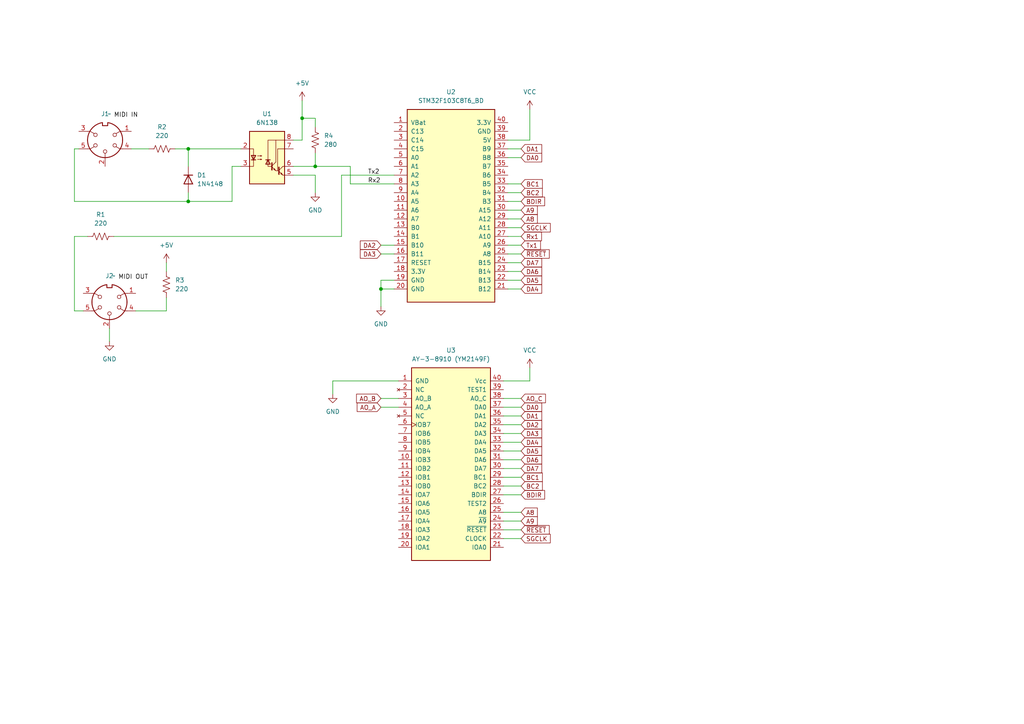
<source format=kicad_sch>
(kicad_sch (version 20230121) (generator eeschema)
  (paper "A4")
  (lib_symbols
    (symbol "Device:R_US" (pin_numbers hide) (pin_names (offset 0))
      (property "Reference" "R" (at 2.54 0 90))
      (property "Value" "R_US" (at -2.54 0 90))
      (symbol "R_US_0_1"
        (polyline (pts (xy 0 -2.286) (xy 0 -2.54)))
        (polyline (pts (xy 0 2.286) (xy 0 2.54)))
        (polyline (pts (xy 0 -0.762) (xy 1.016 -1.143) (xy 0 -1.524) (xy -1.016 -1.905) (xy 0 -2.286)))
        (polyline (pts (xy 0 0.762) (xy 1.016 0.381) (xy 0 0) (xy -1.016 -0.381) (xy 0 -0.762)))
        (polyline (pts (xy 0 2.286) (xy 1.016 1.905) (xy 0 1.524) (xy -1.016 1.143) (xy 0 0.762)))
      )
      (symbol "R_US_1_1"
        (pin passive line (at 0 3.81 270) (length 1.27) (name "~") (number "1"))
        (pin passive line (at 0 -3.81 90) (length 1.27) (name "~") (number "2"))
      )
    )
    (symbol "Diode:1N4148" (pin_numbers hide) (pin_names hide)
      (property "Reference" "D" (at 0 2.54 0))
      (property "Value" "1N4148" (at 0 -2.54 0))
      (symbol "1N4148_0_1"
        (polyline (pts (xy -1.27 1.27) (xy -1.27 -1.27)) (stroke (width 0.254)))
        (polyline (pts (xy 1.27 0) (xy -1.27 0)))
        (polyline (pts (xy 1.27 1.27) (xy 1.27 -1.27) (xy -1.27 0) (xy 1.27 1.27)) (stroke (width 0.254)))
      )
      (symbol "1N4148_1_1"
        (pin passive line (at -3.81 0 0) (length 2.54) (name "K") (number "1"))
        (pin passive line (at 3.81 0 180) (length 2.54) (name "A") (number "2"))
      )
    )
    (symbol "Isolator:6N138" (pin_names (offset 1.016) hide)
      (property "Reference" "U" (at -4.064 8.89 0))
      (property "Value" "6N138" (at 2.286 8.89 0))
      (symbol "6N138_0_1"
        (rectangle (start -5.08 7.62) (end 5.08 -7.62) (stroke (width 0.254)) (fill (type background)))
        (polyline (pts (xy -4.572 -0.635) (xy -3.302 -0.635)) (stroke (width 0.254)))
        (polyline (pts (xy 0.889 -0.635) (xy -0.381 -0.635)) (stroke (width 0.254)))
        (polyline (pts (xy 1.397 -2.667) (xy 2.54 -3.81)))
        (polyline (pts (xy 1.397 -2.413) (xy 2.54 -1.27)))
        (polyline (pts (xy 2.54 -3.81) (xy 3.175 -3.81)))
        (polyline (pts (xy 3.429 -3.937) (xy 4.572 -5.08)))
        (polyline (pts (xy 3.429 -3.683) (xy 4.572 -2.54)))
        (polyline (pts (xy 4.572 -5.08) (xy 5.08 -5.08)))
        (polyline (pts (xy 4.572 -2.54) (xy 5.08 -2.54)))
        (polyline (pts (xy 1.397 -1.524) (xy 1.397 -3.556) (xy 1.397 -3.556)) (stroke (width 0.3556)))
        (polyline (pts (xy 2.54 -1.27) (xy 2.54 5.08) (xy 5.08 5.08)))
        (polyline (pts (xy 3.429 -2.794) (xy 3.429 -4.826) (xy 3.429 -4.826)) (stroke (width 0.3556)))
        (polyline (pts (xy 5.08 2.54) (xy 3.048 2.54) (xy 3.048 -3.81)))
        (polyline (pts (xy -5.08 -2.54) (xy -3.937 -2.54) (xy -3.937 2.54) (xy -5.08 2.54)))
        (polyline (pts (xy -3.937 -0.635) (xy -4.572 0.635) (xy -3.302 0.635) (xy -3.937 -0.635)) (stroke (width 0.254)))
        (polyline (pts (xy 0.254 -0.635) (xy 0.889 -1.905) (xy -0.381 -1.905) (xy 0.254 -0.635)) (stroke (width 0.254)))
        (polyline (pts (xy 1.27 -2.54) (xy 0.254 -2.54) (xy 0.254 5.08) (xy 2.54 5.08)))
        (polyline (pts (xy 2.413 -3.683) (xy 2.159 -3.175) (xy 1.905 -3.429) (xy 2.413 -3.683)))
        (polyline (pts (xy 4.445 -4.953) (xy 4.191 -4.445) (xy 3.937 -4.699) (xy 4.445 -4.953)))
        (polyline (pts (xy -2.794 -0.508) (xy -1.524 -0.508) (xy -1.905 -0.635) (xy -1.905 -0.381) (xy -1.524 -0.508)))
        (polyline (pts (xy -2.794 0.508) (xy -1.524 0.508) (xy -1.905 0.381) (xy -1.905 0.635) (xy -1.524 0.508)))
      )
      (symbol "6N138_1_1"
        (pin no_connect line (at -5.08 5.08 0) (length 2.54) hide (name "NC") (number "1"))
        (pin passive line (at -7.62 2.54 0) (length 2.54) (name "C1") (number "2"))
        (pin passive line (at -7.62 -2.54 0) (length 2.54) (name "C2") (number "3"))
        (pin no_connect line (at -5.08 -5.08 0) (length 2.54) hide (name "NC") (number "4"))
        (pin passive line (at 7.62 -5.08 180) (length 2.54) (name "GND") (number "5"))
        (pin passive line (at 7.62 -2.54 180) (length 2.54) (name "VO2") (number "6"))
        (pin passive line (at 7.62 2.54 180) (length 2.54) (name "VO1") (number "7"))
        (pin passive line (at 7.62 5.08 180) (length 2.54) (name "VCC") (number "8"))
      )
    )
    (symbol "RetroElec:AY-3-8910" (pin_names (offset 1.016))
      (property "Reference" "U" (at -13.97 29.21 0))
      (property "Value" "AY-3-8910 (YM2149F)" (at -11.43 29.21 0))
      (symbol "AY-3-8910_0_1"
        (rectangle (start -11.43 27.94) (end 11.43 -27.94) (stroke (width 0.254)) (fill (type background)))
      )
      (symbol "AY-3-8910_1_1"
        (pin power_in line (at -15.24 24.13 0) (length 3.81) (name "GND") (number "1"))
        (pin bidirectional line (at -15.24 1.27 0) (length 3.81) (name "IOB3") (number "10"))
        (pin power_in line (at -15.24 -1.27 0) (length 3.81) (name "IOB2") (number "11"))
        (pin bidirectional line (at -15.24 -3.81 0) (length 3.81) (name "IOB1") (number "12"))
        (pin bidirectional line (at -15.24 -6.35 0) (length 3.81) (name "IOB0") (number "13"))
        (pin bidirectional line (at -15.24 -8.89 0) (length 3.81) (name "IOA7") (number "14"))
        (pin bidirectional line (at -15.24 -11.43 0) (length 3.81) (name "IOA6") (number "15"))
        (pin bidirectional line (at -15.24 -13.97 0) (length 3.81) (name "IOA5") (number "16"))
        (pin bidirectional line (at -15.24 -16.51 0) (length 3.81) (name "IOA4") (number "17"))
        (pin bidirectional line (at -15.24 -19.05 0) (length 3.81) (name "IOA3") (number "18"))
        (pin bidirectional line (at -15.24 -21.59 0) (length 3.81) (name "IOA2") (number "19"))
        (pin no_connect line (at -15.24 21.59 0) (length 3.81) (name "NC") (number "2"))
        (pin bidirectional line (at -15.24 -24.13 0) (length 3.81) (name "IOA1") (number "20"))
        (pin bidirectional line (at 15.24 -24.13 180) (length 3.81) (name "IOA0") (number "21"))
        (pin input line (at 15.24 -21.59 180) (length 3.81) (name "CLOCK") (number "22"))
        (pin input line (at 15.24 -19.05 180) (length 3.81) (name "~{RESET}") (number "23"))
        (pin input line (at 15.24 -16.51 180) (length 3.81) (name "~{A9}") (number "24"))
        (pin input line (at 15.24 -13.97 180) (length 3.81) (name "A8") (number "25"))
        (pin output line (at 15.24 -11.43 180) (length 3.81) (name "TEST2") (number "26"))
        (pin input line (at 15.24 -8.89 180) (length 3.81) (name "BDIR") (number "27"))
        (pin input line (at 15.24 -6.35 180) (length 3.81) (name "BC2") (number "28"))
        (pin power_in line (at 15.24 -3.81 180) (length 3.81) (name "BC1") (number "29"))
        (pin output line (at -15.24 19.05 0) (length 3.81) (name "AO_B") (number "3"))
        (pin bidirectional line (at 15.24 -1.27 180) (length 3.81) (name "DA7") (number "30"))
        (pin bidirectional line (at 15.24 1.27 180) (length 3.81) (name "DA6") (number "31"))
        (pin bidirectional line (at 15.24 3.81 180) (length 3.81) (name "DA5") (number "32"))
        (pin bidirectional line (at 15.24 6.35 180) (length 3.81) (name "DA4") (number "33"))
        (pin bidirectional line (at 15.24 8.89 180) (length 3.81) (name "DA3") (number "34"))
        (pin bidirectional line (at 15.24 11.43 180) (length 3.81) (name "DA2") (number "35"))
        (pin bidirectional line (at 15.24 13.97 180) (length 3.81) (name "DA1") (number "36"))
        (pin bidirectional line (at 15.24 16.51 180) (length 3.81) (name "DA0") (number "37"))
        (pin output line (at 15.24 19.05 180) (length 3.81) (name "AO_C") (number "38"))
        (pin output line (at 15.24 21.59 180) (length 3.81) (name "TEST1") (number "39"))
        (pin output line (at -15.24 16.51 0) (length 3.81) (name "AO_A") (number "4"))
        (pin power_in line (at 15.24 24.13 180) (length 3.81) (name "Vcc") (number "40"))
        (pin no_connect line (at -15.24 13.97 0) (length 3.81) (name "NC") (number "5"))
        (pin bidirectional clock (at -15.24 11.43 0) (length 3.81) (name "IOB7") (number "6"))
        (pin bidirectional line (at -15.24 8.89 0) (length 3.81) (name "IOB6") (number "7"))
        (pin bidirectional line (at -15.24 6.35 0) (length 3.81) (name "IOB5") (number "8"))
        (pin bidirectional line (at -15.24 3.81 0) (length 3.81) (name "IOB4") (number "9"))
      )
    )
    (symbol "RetroElec:MIDI-IN" (pin_names (offset 1.016))
      (property "Reference" "J" (at 3.175 5.715 0))
      (symbol "MIDI-IN_0_1"
        (arc (start -5.08 0) (mid -3.8609 -3.3364) (end -0.762 -5.08) (stroke (width 0.254)))
        (circle (center -2.794 -1.524) (radius 0.508))
        (circle (center -2.794 1.524) (radius 0.508))
        (polyline (pts (xy 0 5.08) (xy 0 3.81)))
        (polyline (pts (xy -5.08 -2.54) (xy -4.318 -2.54) (xy -3.175 -1.905)))
        (polyline (pts (xy -5.08 2.54) (xy -4.318 2.54) (xy -3.175 1.905)))
        (polyline (pts (xy 5.08 -2.54) (xy 4.318 -2.54) (xy 3.175 -1.905)))
        (polyline (pts (xy 5.08 2.54) (xy 4.318 2.54) (xy 3.175 1.905)))
        (polyline (pts (xy -0.762 -4.953) (xy -0.762 -4.191) (xy 0.762 -4.191) (xy 0.762 -4.953)) (stroke (width 0.254)))
        (circle (center 0 3.302) (radius 0.508))
        (arc (start 0.762 -5.08) (mid 3.8685 -3.343) (end 5.08 0) (stroke (width 0.254)))
        (circle (center 2.794 -1.524) (radius 0.508))
        (circle (center 2.794 1.524) (radius 0.508))
        (arc (start 5.08 0) (mid 0 5.0579) (end -5.08 0) (stroke (width 0.254)))
      )
      (symbol "MIDI-IN_1_1"
        (pin unspecified line (at 7.62 -2.54 180) (length 2.54) (name "") (number "1"))
        (pin unspecified line (at 0 7.62 270) (length 2.54) (name "") (number "2"))
        (pin unspecified line (at -7.62 -2.54 0) (length 2.54) (name "") (number "3"))
        (pin input line (at 7.62 2.54 180) (length 2.54) (name "~") (number "4"))
        (pin output line (at -7.62 2.54 0) (length 2.54) (name "") (number "5"))
      )
    )
    (symbol "RetroElec:MIDI-OUT" (pin_names (offset 1.016))
      (property "Reference" "J" (at 3.175 5.715 0))
      (symbol "MIDI-OUT_0_1"
        (arc (start -5.08 0) (mid -3.8609 -3.3364) (end -0.762 -5.08) (stroke (width 0.254)))
        (circle (center -2.794 -1.524) (radius 0.508))
        (circle (center -2.794 1.524) (radius 0.508))
        (polyline (pts (xy 0 5.08) (xy 0 3.81)))
        (polyline (pts (xy -5.08 -2.54) (xy -4.318 -2.54) (xy -3.175 -1.905)))
        (polyline (pts (xy -5.08 2.54) (xy -4.318 2.54) (xy -3.175 1.905)))
        (polyline (pts (xy 5.08 -2.54) (xy 4.318 -2.54) (xy 3.175 -1.905)))
        (polyline (pts (xy 5.08 2.54) (xy 4.318 2.54) (xy 3.175 1.905)))
        (polyline (pts (xy -0.762 -4.953) (xy -0.762 -4.191) (xy 0.762 -4.191) (xy 0.762 -4.953)) (stroke (width 0.254)))
        (circle (center 0 3.302) (radius 0.508))
        (arc (start 0.762 -5.08) (mid 3.8685 -3.343) (end 5.08 0) (stroke (width 0.254)))
        (circle (center 2.794 -1.524) (radius 0.508))
        (circle (center 2.794 1.524) (radius 0.508))
        (arc (start 5.08 0) (mid 0 5.0579) (end -5.08 0) (stroke (width 0.254)))
      )
      (symbol "MIDI-OUT_1_1"
        (pin unspecified line (at 7.62 -2.54 180) (length 2.54) (name "") (number "1"))
        (pin unspecified line (at 0 7.62 270) (length 2.54) (name "") (number "2"))
        (pin unspecified line (at -7.62 -2.54 0) (length 2.54) (name "") (number "3"))
        (pin input line (at 7.62 2.54 180) (length 2.54) (name "~") (number "4"))
        (pin output line (at -7.62 2.54 0) (length 2.54) (name "") (number "5"))
      )
    )
    (symbol "RetroElec:STM32F103C8T6_BD" (pin_names (offset 1.016))
      (property "Reference" "U" (at -13.97 29.21 0))
      (property "Value" "STM32F103C8T6_BD" (at -5.08 29.21 0))
      (symbol "STM32F103C8T6_BD_0_1"
        (rectangle (start -12.7 27.94) (end 12.7 -27.94) (stroke (width 0.254)) (fill (type background)))
      )
      (symbol "STM32F103C8T6_BD_1_1"
        (pin power_in line (at -16.51 24.13 0) (length 3.81) (name "VBat") (number "1"))
        (pin bidirectional line (at -16.51 1.27 0) (length 3.81) (name "A5") (number "10"))
        (pin bidirectional line (at -16.51 -1.27 0) (length 3.81) (name "A6") (number "11"))
        (pin bidirectional line (at -16.51 -3.81 0) (length 3.81) (name "A7") (number "12"))
        (pin bidirectional line (at -16.51 -6.35 0) (length 3.81) (name "B0") (number "13"))
        (pin bidirectional line (at -16.51 -8.89 0) (length 3.81) (name "B1") (number "14"))
        (pin bidirectional line (at -16.51 -11.43 0) (length 3.81) (name "B10") (number "15"))
        (pin bidirectional line (at -16.51 -13.97 0) (length 3.81) (name "B11") (number "16"))
        (pin input line (at -16.51 -16.51 0) (length 3.81) (name "RESET") (number "17"))
        (pin power_in line (at -16.51 -19.05 0) (length 3.81) (name "3.3V") (number "18"))
        (pin power_in line (at -16.51 -21.59 0) (length 3.81) (name "GND") (number "19"))
        (pin bidirectional line (at -16.51 21.59 0) (length 3.81) (name "C13") (number "2"))
        (pin power_in line (at -16.51 -24.13 0) (length 3.81) (name "GND") (number "20"))
        (pin bidirectional line (at 16.51 -24.13 180) (length 3.81) (name "B12") (number "21"))
        (pin bidirectional line (at 16.51 -21.59 180) (length 3.81) (name "B13") (number "22"))
        (pin bidirectional line (at 16.51 -19.05 180) (length 3.81) (name "B14") (number "23"))
        (pin bidirectional line (at 16.51 -16.51 180) (length 3.81) (name "B15") (number "24"))
        (pin bidirectional line (at 16.51 -13.97 180) (length 3.81) (name "A8") (number "25"))
        (pin bidirectional line (at 16.51 -11.43 180) (length 3.81) (name "A9") (number "26"))
        (pin bidirectional line (at 16.51 -8.89 180) (length 3.81) (name "A10") (number "27"))
        (pin bidirectional line (at 16.51 -6.35 180) (length 3.81) (name "A11") (number "28"))
        (pin bidirectional line (at 16.51 -3.81 180) (length 3.81) (name "A12") (number "29"))
        (pin bidirectional line (at -16.51 19.05 0) (length 3.81) (name "C14") (number "3"))
        (pin bidirectional line (at 16.51 -1.27 180) (length 3.81) (name "A15") (number "30"))
        (pin bidirectional line (at 16.51 1.27 180) (length 3.81) (name "B3") (number "31"))
        (pin bidirectional line (at 16.51 3.81 180) (length 3.81) (name "B4") (number "32"))
        (pin bidirectional line (at 16.51 6.35 180) (length 3.81) (name "B5") (number "33"))
        (pin bidirectional line (at 16.51 8.89 180) (length 3.81) (name "B6") (number "34"))
        (pin bidirectional line (at 16.51 11.43 180) (length 3.81) (name "B7") (number "35"))
        (pin bidirectional line (at 16.51 13.97 180) (length 3.81) (name "B8") (number "36"))
        (pin bidirectional line (at 16.51 16.51 180) (length 3.81) (name "B9") (number "37"))
        (pin power_in line (at 16.51 19.05 180) (length 3.81) (name "5V") (number "38"))
        (pin power_in line (at 16.51 21.59 180) (length 3.81) (name "GND") (number "39"))
        (pin bidirectional line (at -16.51 16.51 0) (length 3.81) (name "C15") (number "4"))
        (pin power_in line (at 16.51 24.13 180) (length 3.81) (name "3.3V") (number "40"))
        (pin bidirectional line (at -16.51 13.97 0) (length 3.81) (name "A0") (number "5"))
        (pin bidirectional line (at -16.51 11.43 0) (length 3.81) (name "A1") (number "6"))
        (pin bidirectional line (at -16.51 8.89 0) (length 3.81) (name "A2") (number "7"))
        (pin bidirectional line (at -16.51 6.35 0) (length 3.81) (name "A3") (number "8"))
        (pin bidirectional line (at -16.51 3.81 0) (length 3.81) (name "A4") (number "9"))
      )
    )
    (symbol "power:+5V" (power) (pin_names (offset 0))
      (property "Value" "+5V" (at 0 3.556 0))
      (symbol "+5V_0_1"
        (polyline (pts (xy -0.762 1.27) (xy 0 2.54)))
        (polyline (pts (xy 0 0) (xy 0 2.54)))
        (polyline (pts (xy 0 2.54) (xy 0.762 1.27)))
      )
      (symbol "+5V_1_1"
        (pin power_in line (at 0 0 90) (length 0) hide (name "+5V") (number "1"))
      )
    )
    (symbol "power:GND" (power) (pin_names (offset 0))
      (property "Value" "GND" (at 0 -3.81 0))
      (symbol "GND_0_1"
        (polyline (pts (xy 0 0) (xy 0 -1.27) (xy 1.27 -1.27) (xy 0 -2.54) (xy -1.27 -1.27) (xy 0 -1.27)))
      )
      (symbol "GND_1_1"
        (pin power_in line (at 0 0 270) (length 0) hide (name "GND") (number "1"))
      )
    )
    (symbol "power:VCC" (power) (pin_names (offset 0))
      (property "Value" "VCC" (at 0 3.81 0))
      (symbol "VCC_0_1"
        (polyline (pts (xy -0.762 1.27) (xy 0 2.54)))
        (polyline (pts (xy 0 0) (xy 0 2.54)))
        (polyline (pts (xy 0 2.54) (xy 0.762 1.27)))
      )
      (symbol "VCC_1_1"
        (pin power_in line (at 0 0 90) (length 0) hide (name "VCC") (number "1"))
      )
    )
  )
  (junction (at 54.61 43.18))
  (junction (at 87.63 34.29))
  (junction (at 110.49 83.82))
  (junction (at 91.44 48.26))
  (junction (at 54.61 58.42))
  (wire (pts (xy 21.59 68.58) (xy 21.59 90.17)))
  (wire (pts (xy 110.49 71.12) (xy 114.3 71.12)))
  (wire (pts (xy 146.05 143.51) (xy 151.13 143.51)))
  (wire (pts (xy 146.05 125.73) (xy 151.13 125.73)))
  (wire (pts (xy 147.32 83.82) (xy 151.13 83.82)))
  (wire (pts (xy 96.52 114.3) (xy 96.52 110.49)))
  (wire (pts (xy 85.09 40.64) (xy 87.63 40.64)))
  (wire (pts (xy 153.67 40.64) (xy 153.67 31.75)))
  (wire (pts (xy 147.32 43.18) (xy 151.13 43.18)))
  (wire (pts (xy 147.32 66.04) (xy 151.13 66.04)))
  (wire (pts (xy 110.49 115.57) (xy 115.57 115.57)))
  (wire (pts (xy 54.61 43.18) (xy 54.61 48.26)))
  (wire (pts (xy 147.32 71.12) (xy 151.13 71.12)))
  (wire (pts (xy 99.06 50.8) (xy 114.3 50.8)))
  (wire (pts (xy 96.52 110.49) (xy 115.57 110.49)))
  (wire (pts (xy 69.85 48.26) (xy 67.31 48.26)))
  (wire (pts (xy 38.1 43.18) (xy 43.18 43.18)))
  (wire (pts (xy 87.63 34.29) (xy 91.44 34.29)))
  (wire (pts (xy 147.32 58.42) (xy 151.13 58.42)))
  (wire (pts (xy 48.26 86.36) (xy 48.26 90.17)))
  (wire (pts (xy 114.3 81.28) (xy 110.49 81.28)))
  (wire (pts (xy 48.26 76.2) (xy 48.26 78.74)))
  (wire (pts (xy 146.05 140.97) (xy 151.13 140.97)))
  (wire (pts (xy 146.05 128.27) (xy 151.13 128.27)))
  (wire (pts (xy 91.44 34.29) (xy 91.44 36.83)))
  (wire (pts (xy 146.05 110.49) (xy 153.67 110.49)))
  (wire (pts (xy 31.75 95.25) (xy 31.75 99.06)))
  (wire (pts (xy 110.49 83.82) (xy 110.49 88.9)))
  (wire (pts (xy 25.4 68.58) (xy 21.59 68.58)))
  (wire (pts (xy 85.09 50.8) (xy 91.44 50.8)))
  (wire (pts (xy 147.32 45.72) (xy 151.13 45.72)))
  (wire (pts (xy 147.32 68.58) (xy 151.13 68.58)))
  (wire (pts (xy 146.05 115.57) (xy 151.13 115.57)))
  (wire (pts (xy 114.3 83.82) (xy 110.49 83.82)))
  (wire (pts (xy 50.8 43.18) (xy 54.61 43.18)))
  (wire (pts (xy 21.59 43.18) (xy 21.59 58.42)))
  (wire (pts (xy 33.02 68.58) (xy 99.06 68.58)))
  (wire (pts (xy 147.32 78.74) (xy 151.13 78.74)))
  (wire (pts (xy 85.09 48.26) (xy 91.44 48.26)))
  (wire (pts (xy 153.67 106.68) (xy 153.67 110.49)))
  (wire (pts (xy 101.6 53.34) (xy 101.6 48.26)))
  (wire (pts (xy 146.05 123.19) (xy 151.13 123.19)))
  (wire (pts (xy 147.32 73.66) (xy 151.13 73.66)))
  (wire (pts (xy 147.32 81.28) (xy 151.13 81.28)))
  (wire (pts (xy 147.32 63.5) (xy 151.13 63.5)))
  (wire (pts (xy 147.32 76.2) (xy 151.13 76.2)))
  (wire (pts (xy 110.49 118.11) (xy 115.57 118.11)))
  (wire (pts (xy 146.05 135.89) (xy 151.13 135.89)))
  (wire (pts (xy 21.59 58.42) (xy 54.61 58.42)))
  (wire (pts (xy 54.61 43.18) (xy 69.85 43.18)))
  (wire (pts (xy 101.6 53.34) (xy 114.3 53.34)))
  (wire (pts (xy 147.32 53.34) (xy 151.13 53.34)))
  (wire (pts (xy 146.05 148.59) (xy 151.13 148.59)))
  (wire (pts (xy 91.44 48.26) (xy 101.6 48.26)))
  (wire (pts (xy 146.05 118.11) (xy 151.13 118.11)))
  (wire (pts (xy 146.05 133.35) (xy 151.13 133.35)))
  (wire (pts (xy 147.32 40.64) (xy 153.67 40.64)))
  (wire (pts (xy 146.05 138.43) (xy 151.13 138.43)))
  (wire (pts (xy 110.49 73.66) (xy 114.3 73.66)))
  (wire (pts (xy 54.61 58.42) (xy 67.31 58.42)))
  (wire (pts (xy 99.06 68.58) (xy 99.06 50.8)))
  (wire (pts (xy 87.63 29.21) (xy 87.63 34.29)))
  (wire (pts (xy 87.63 40.64) (xy 87.63 34.29)))
  (wire (pts (xy 146.05 151.13) (xy 151.13 151.13)))
  (wire (pts (xy 146.05 156.21) (xy 151.13 156.21)))
  (wire (pts (xy 54.61 55.88) (xy 54.61 58.42)))
  (wire (pts (xy 147.32 55.88) (xy 151.13 55.88)))
  (wire (pts (xy 22.86 43.18) (xy 21.59 43.18)))
  (wire (pts (xy 146.05 120.65) (xy 151.13 120.65)))
  (wire (pts (xy 146.05 130.81) (xy 151.13 130.81)))
  (wire (pts (xy 67.31 48.26) (xy 67.31 58.42)))
  (wire (pts (xy 21.59 90.17) (xy 24.13 90.17)))
  (wire (pts (xy 110.49 81.28) (xy 110.49 83.82)))
  (wire (pts (xy 39.37 90.17) (xy 48.26 90.17)))
  (wire (pts (xy 147.32 60.96) (xy 151.13 60.96)))
  (wire (pts (xy 146.05 153.67) (xy 151.13 153.67)))
  (wire (pts (xy 91.44 50.8) (xy 91.44 55.88)))
  (wire (pts (xy 91.44 48.26) (xy 91.44 44.45)))
  (label "MIDI IN" (at 33.02 34.29 0))
  (label "Tx2" (at 106.68 50.8 0))
  (label "Rx2" (at 106.68 53.34 0))
  (label "MIDI OUT" (at 34.29 81.28 0))
  (global_label "~{RESET}" (shape input) (at 151.13 73.66 0) (property "Intersheetrefs" "${INTERSHEET_REFS}" (effects hide)))
  (global_label "BC1" (shape input) (at 151.13 53.34 0) (property "Intersheetrefs" "${INTERSHEET_REFS}" (effects hide)))
  (global_label "DA4" (shape input) (at 151.13 83.82 0) (property "Intersheetrefs" "${INTERSHEET_REFS}" (effects hide)))
  (global_label "DA7" (shape input) (at 151.13 76.2 0) (property "Intersheetrefs" "${INTERSHEET_REFS}" (effects hide)))
  (global_label "DA3" (shape input) (at 110.49 73.66 180) (property "Intersheetrefs" "${INTERSHEET_REFS}" (effects hide)))
  (global_label "DA0" (shape input) (at 151.13 118.11 0) (property "Intersheetrefs" "${INTERSHEET_REFS}" (effects hide)))
  (global_label "BC2" (shape input) (at 151.13 140.97 0) (property "Intersheetrefs" "${INTERSHEET_REFS}" (effects hide)))
  (global_label "BC1" (shape input) (at 151.13 138.43 0) (property "Intersheetrefs" "${INTERSHEET_REFS}" (effects hide)))
  (global_label "DA5" (shape input) (at 151.13 81.28 0) (property "Intersheetrefs" "${INTERSHEET_REFS}" (effects hide)))
  (global_label "A8" (shape input) (at 151.13 148.59 0) (property "Intersheetrefs" "${INTERSHEET_REFS}" (effects hide)))
  (global_label "DA5" (shape input) (at 151.13 130.81 0) (property "Intersheetrefs" "${INTERSHEET_REFS}" (effects hide)))
  (global_label "BDIR" (shape input) (at 151.13 143.51 0) (property "Intersheetrefs" "${INTERSHEET_REFS}" (effects hide)))
  (global_label "DA0" (shape input) (at 151.13 45.72 0) (property "Intersheetrefs" "${INTERSHEET_REFS}" (effects hide)))
  (global_label "~{RESET}" (shape input) (at 151.13 153.67 0) (property "Intersheetrefs" "${INTERSHEET_REFS}" (effects hide)))
  (global_label "AO_A" (shape input) (at 110.49 118.11 180) (property "Intersheetrefs" "${INTERSHEET_REFS}" (effects hide)))
  (global_label "DA3" (shape input) (at 151.13 125.73 0) (property "Intersheetrefs" "${INTERSHEET_REFS}" (effects hide)))
  (global_label "A9" (shape input) (at 151.13 60.96 0) (property "Intersheetrefs" "${INTERSHEET_REFS}" (effects hide)))
  (global_label "AO_B" (shape input) (at 110.49 115.57 180) (property "Intersheetrefs" "${INTERSHEET_REFS}" (effects hide)))
  (global_label "Tx1" (shape input) (at 151.13 71.12 0) (property "Intersheetrefs" "${INTERSHEET_REFS}" (effects hide)))
  (global_label "BC2" (shape input) (at 151.13 55.88 0) (property "Intersheetrefs" "${INTERSHEET_REFS}" (effects hide)))
  (global_label "DA1" (shape input) (at 151.13 120.65 0) (property "Intersheetrefs" "${INTERSHEET_REFS}" (effects hide)))
  (global_label "AO_C" (shape input) (at 151.13 115.57 0) (property "Intersheetrefs" "${INTERSHEET_REFS}" (effects hide)))
  (global_label "DA4" (shape input) (at 151.13 128.27 0) (property "Intersheetrefs" "${INTERSHEET_REFS}" (effects hide)))
  (global_label "DA2" (shape input) (at 151.13 123.19 0) (property "Intersheetrefs" "${INTERSHEET_REFS}" (effects hide)))
  (global_label "DA7" (shape input) (at 151.13 135.89 0) (property "Intersheetrefs" "${INTERSHEET_REFS}" (effects hide)))
  (global_label "DA2" (shape input) (at 110.49 71.12 180) (property "Intersheetrefs" "${INTERSHEET_REFS}" (effects hide)))
  (global_label "A9" (shape input) (at 151.13 151.13 0) (property "Intersheetrefs" "${INTERSHEET_REFS}" (effects hide)))
  (global_label "SGCLK" (shape input) (at 151.13 66.04 0) (property "Intersheetrefs" "${INTERSHEET_REFS}" (effects hide)))
  (global_label "DA6" (shape input) (at 151.13 133.35 0) (property "Intersheetrefs" "${INTERSHEET_REFS}" (effects hide)))
  (global_label "A8" (shape input) (at 151.13 63.5 0) (property "Intersheetrefs" "${INTERSHEET_REFS}" (effects hide)))
  (global_label "Rx1" (shape input) (at 151.13 68.58 0) (property "Intersheetrefs" "${INTERSHEET_REFS}" (effects hide)))
  (global_label "SGCLK" (shape input) (at 151.13 156.21 0) (property "Intersheetrefs" "${INTERSHEET_REFS}" (effects hide)))
  (global_label "DA1" (shape input) (at 151.13 43.18 0) (property "Intersheetrefs" "${INTERSHEET_REFS}" (effects hide)))
  (global_label "BDIR" (shape input) (at 151.13 58.42 0) (property "Intersheetrefs" "${INTERSHEET_REFS}" (effects hide)))
  (global_label "DA6" (shape input) (at 151.13 78.74 0) (property "Intersheetrefs" "${INTERSHEET_REFS}" (effects hide)))
  (symbol (lib_id "Diode:1N4148") (at 54.61 52.07 270) (unit 1)
    (property "Reference" "D1" (at 57.15 50.8 90) (effects (justify left)))
    (property "Value" "1N4148" (at 57.15 53.34 90) (effects (justify left)))
    (property "Footprint" "Diode_THT:D_DO-35_SOD27_P7.62mm_Horizontal" (effects hide))
    (property "Datasheet" "https://assets.nexperia.com/documents/data-sheet/1N4148_1N4448.pdf" (effects hide))
    (property "Sim.Device" "D" (effects hide))
    (property "Sim.Pins" "1=K 2=A" (effects hide))
  )
  (symbol (lib_id "RetroElec:MIDI-OUT") (at 31.75 87.63 0) (mirror x) (unit 1)
    (property "Reference" "J2" (at 31.7501 80.01 0))
    (property "Value" "~" (at 33.02 80.01 0))
  )
  (symbol (lib_id "power:VCC") (at 153.67 31.75 0) (unit 1)
    (property "Reference" "#PWR07" (effects hide))
    (property "Value" "VCC" (at 153.67 26.67 0))
  )
  (symbol (lib_id "RetroElec:MIDI-IN") (at 30.48 40.64 0) (mirror x) (unit 1)
    (property "Reference" "J1" (at 30.4801 33.02 0))
    (property "Value" "~" (at 31.75 33.02 0))
  )
  (symbol (lib_id "power:GND") (at 110.49 88.9 0) (unit 1)
    (property "Reference" "#PWR05" (effects hide))
    (property "Value" "GND" (at 110.49 93.98 0))
  )
  (symbol (lib_id "power:+5V") (at 48.26 76.2 0) (unit 1)
    (property "Reference" "#PWR02" (effects hide))
    (property "Value" "+5V" (at 48.26 71.12 0))
  )
  (symbol (lib_id "Device:R_US") (at 46.99 43.18 270) (unit 1)
    (property "Reference" "R2" (at 46.99 36.83 90))
    (property "Value" "220" (at 46.99 39.37 90))
  )
  (symbol (lib_id "power:GND") (at 31.75 99.06 0) (unit 1)
    (property "Reference" "#PWR01" (effects hide))
    (property "Value" "GND" (at 31.75 104.14 0))
  )
  (symbol (lib_id "RetroElec:AY-3-8910") (at 130.81 134.62 0) (unit 1)
    (property "Reference" "U3" (at 130.81 101.6 0))
    (property "Value" "AY-3-8910 (YM2149F)" (at 130.81 104.14 0))
  )
  (symbol (lib_id "power:GND") (at 91.44 55.88 0) (unit 1)
    (property "Reference" "#PWR04" (effects hide))
    (property "Value" "GND" (at 91.44 60.96 0))
  )
  (symbol (lib_id "power:VCC") (at 153.67 106.68 0) (unit 1)
    (property "Reference" "#PWR08" (effects hide))
    (property "Value" "VCC" (at 153.67 101.6 0))
  )
  (symbol (lib_id "Isolator:6N138") (at 77.47 45.72 0) (unit 1)
    (property "Reference" "U1" (at 77.47 33.02 0))
    (property "Value" "6N138" (at 77.47 35.56 0))
    (property "Datasheet" "http://www.onsemi.com/pub/Collateral/HCPL2731-D.pdf" (effects hide))
  )
  (symbol (lib_id "Device:R_US") (at 29.21 68.58 270) (unit 1)
    (property "Reference" "R1" (at 29.21 62.23 90))
    (property "Value" "220" (at 29.21 64.77 90))
  )
  (symbol (lib_id "power:GND") (at 96.52 114.3 0) (unit 1)
    (property "Reference" "#PWR06" (effects hide))
    (property "Value" "GND" (at 96.52 119.38 0))
  )
  (symbol (lib_id "power:+5V") (at 87.63 29.21 0) (unit 1)
    (property "Reference" "#PWR03" (effects hide))
    (property "Value" "+5V" (at 87.63 24.13 0))
  )
  (symbol (lib_id "RetroElec:STM32F103C8T6_BD") (at 130.81 59.69 0) (unit 1)
    (property "Reference" "U2" (at 130.81 26.67 0))
    (property "Value" "STM32F103C8T6_BD" (at 130.81 29.21 0))
  )
  (symbol (lib_id "Device:R_US") (at 91.44 40.64 180) (unit 1)
    (property "Reference" "R4" (at 93.98 39.37 0) (effects (justify right)))
    (property "Value" "280" (at 93.98 41.91 0) (effects (justify right)))
  )
  (symbol (lib_id "Device:R_US") (at 48.26 82.55 180) (unit 1)
    (property "Reference" "R3" (at 50.8 81.28 0) (effects (justify right)))
    (property "Value" "220" (at 50.8 83.82 0) (effects (justify right)))
  )
)
</source>
